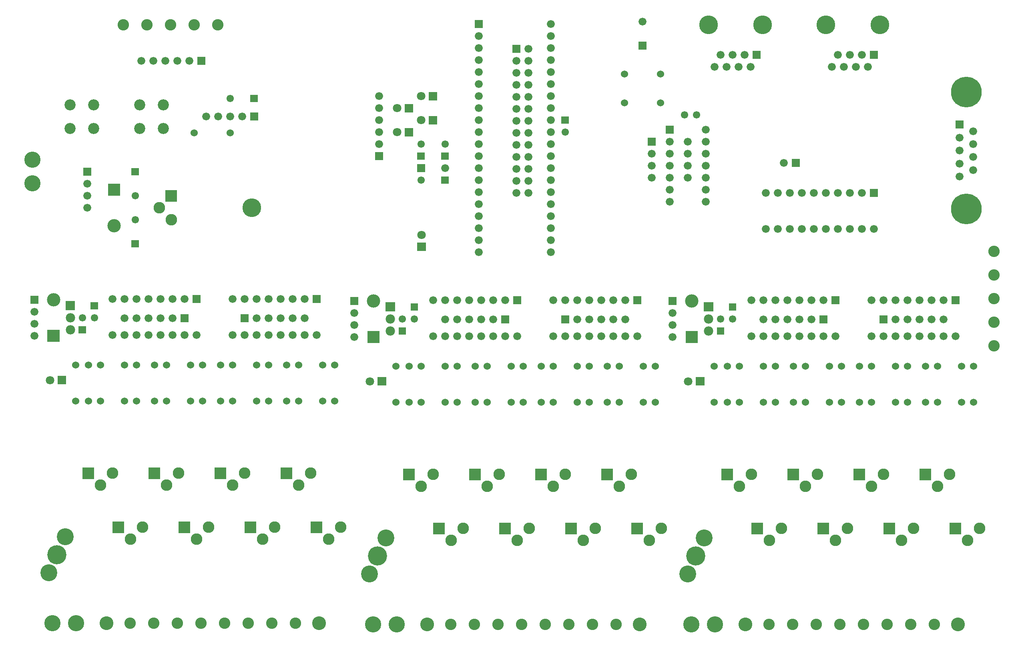
<source format=gbr>
G04 start of page 10 for group -4062 idx -4062 *
G04 Title: 24SSR-DC, soldermask *
G04 Creator: pcb 20110918 *
G04 CreationDate: 五 12/20 18:00:37 2013 UTC *
G04 For: steve *
G04 Format: Gerber/RS-274X *
G04 PCB-Dimensions: 850000 550000 *
G04 PCB-Coordinate-Origin: lower left *
%MOIN*%
%FSLAX25Y25*%
%LNBOTTOMMASK*%
%ADD234C,0.1560*%
%ADD233C,0.2560*%
%ADD232C,0.0920*%
%ADD231C,0.1560*%
%ADD230C,0.0610*%
%ADD229C,0.1110*%
%ADD228C,0.0710*%
%ADD227C,0.0780*%
%ADD226C,0.0660*%
%ADD225C,0.0600*%
%ADD224C,0.1347*%
%ADD223C,0.0947*%
%ADD222C,0.1147*%
%ADD221C,0.1410*%
%ADD220C,0.1595*%
%ADD219C,0.0960*%
%ADD218C,0.0001*%
G54D218*G36*
X533200Y112800D02*Y103200D01*
X542800D01*
Y112800D01*
X533200D01*
G37*
G54D219*X548000Y98000D03*
X558000Y108000D03*
G54D220*X586890Y85000D03*
G54D221*X593661Y100000D03*
X580000Y70000D03*
G54D219*X533000Y153000D03*
G54D218*G36*
X453200Y157800D02*Y148200D01*
X462800D01*
Y157800D01*
X453200D01*
G37*
G54D219*X478000Y153000D03*
G54D218*G36*
X608200Y157800D02*Y148200D01*
X617800D01*
Y157800D01*
X608200D01*
G37*
G54D222*X540165Y28000D03*
G54D223*X520480D03*
X500795D03*
X481110D03*
X461425D03*
G54D224*X602685D03*
X583000D03*
G54D222*X628000D03*
G54D223*X647685D03*
X667370D03*
G54D218*G36*
X798200Y112800D02*Y103200D01*
X807800D01*
Y112800D01*
X798200D01*
G37*
G54D219*X823000Y108000D03*
G54D218*G36*
X743200Y112800D02*Y103200D01*
X752800D01*
Y112800D01*
X743200D01*
G37*
G54D219*X768000Y108000D03*
X813000Y98000D03*
X758000D03*
X703000D03*
G54D218*G36*
X773200Y157800D02*Y148200D01*
X782800D01*
Y157800D01*
X773200D01*
G37*
G54D219*X798000Y153000D03*
G54D218*G36*
X718200Y157800D02*Y148200D01*
X727800D01*
Y157800D01*
X718200D01*
G37*
G54D219*X743000Y153000D03*
G54D222*X805165Y28000D03*
G54D223*X785480D03*
X765795D03*
X746110D03*
X726425D03*
X687055D03*
X706740D03*
G54D218*G36*
X688200Y112800D02*Y103200D01*
X697800D01*
Y112800D01*
X688200D01*
G37*
G54D219*X713000Y108000D03*
G54D218*G36*
X633200Y112800D02*Y103200D01*
X642800D01*
Y112800D01*
X633200D01*
G37*
G54D219*X658000Y108000D03*
X648000Y98000D03*
X788000Y143000D03*
X733000D03*
X678000D03*
X623000D03*
G54D218*G36*
X663200Y157800D02*Y148200D01*
X672800D01*
Y157800D01*
X663200D01*
G37*
G54D219*X688000Y153000D03*
X633000D03*
G54D218*G36*
X478200Y112800D02*Y103200D01*
X487800D01*
Y112800D01*
X478200D01*
G37*
G54D219*X493000Y98000D03*
X503000Y108000D03*
G54D218*G36*
X508200Y157800D02*Y148200D01*
X517800D01*
Y157800D01*
X508200D01*
G37*
G54D225*X488000Y213000D03*
X498000D03*
X513000D03*
X523000D03*
X388000Y243000D03*
X403000D03*
X413000D03*
X433000D03*
X443000D03*
X543000D03*
G54D218*G36*
X424700Y285300D02*Y278700D01*
X431300D01*
Y285300D01*
X424700D01*
G37*
G54D226*X418000Y282000D03*
G54D218*G36*
X434700Y301300D02*Y294700D01*
X441300D01*
Y301300D01*
X434700D01*
G37*
G54D226*X428000Y298000D03*
X418000D03*
X408000D03*
X508000D03*
X498000D03*
X488000D03*
X478000D03*
X468000D03*
X418000Y268000D03*
X428000D03*
X438000D03*
X468000D03*
X478000D03*
X488000D03*
X498000D03*
X538000D03*
G54D227*X597500Y272500D03*
G54D218*G36*
X604450Y275550D02*Y269450D01*
X610550D01*
Y275550D01*
X604450D01*
G37*
G54D226*X567500Y267500D03*
G54D218*G36*
X578450Y272550D02*Y262450D01*
X588550D01*
Y272550D01*
X578450D01*
G37*
G54D225*X543000Y213000D03*
X553000D03*
Y243000D03*
X613000Y213000D03*
Y243000D03*
X623000D03*
G54D218*G36*
X586950Y234050D02*Y226950D01*
X594050D01*
Y234050D01*
X586950D01*
G37*
G54D228*X580500Y230500D03*
G54D225*X602000Y243000D03*
Y213000D03*
G54D218*G36*
X534700Y301300D02*Y294700D01*
X541300D01*
Y301300D01*
X534700D01*
G37*
G36*
X564200Y300800D02*Y294200D01*
X570800D01*
Y300800D01*
X564200D01*
G37*
G54D229*X583500Y297500D03*
G54D226*X528000Y298000D03*
X518000D03*
G54D218*G36*
X614450Y295550D02*Y289450D01*
X620550D01*
Y295550D01*
X614450D01*
G37*
G54D230*X617500Y282500D03*
G54D218*G36*
X593600Y296400D02*Y288600D01*
X601400D01*
Y296400D01*
X593600D01*
G37*
G54D227*X597500Y282500D03*
G54D230*X607500D03*
G54D226*X567500Y287500D03*
Y277500D03*
G54D225*X623000Y213000D03*
X643000D03*
X653000D03*
X643000Y243000D03*
X653000D03*
X668000D03*
X678000D03*
X698000D03*
X668000Y213000D03*
X678000D03*
X698000D03*
X708000D03*
Y243000D03*
X723000Y213000D03*
X733000D03*
X753000D03*
X723000Y243000D03*
X733000D03*
X753000D03*
X763000D03*
X778000D03*
X788000D03*
X763000Y213000D03*
X778000D03*
X788000D03*
X808000D03*
Y243000D03*
X818000D03*
Y213000D03*
G54D218*G36*
X689700Y285300D02*Y278700D01*
X696300D01*
Y285300D01*
X689700D01*
G37*
G54D226*X683000Y282000D03*
G54D218*G36*
X699700Y301300D02*Y294700D01*
X706300D01*
Y301300D01*
X699700D01*
G37*
G54D226*X693000Y298000D03*
X683000D03*
X673000Y282000D03*
X663000D03*
X653000D03*
X643000D03*
X673000Y298000D03*
Y268000D03*
X683000D03*
X693000D03*
X703000D03*
X663000Y298000D03*
Y268000D03*
X653000Y298000D03*
Y268000D03*
X643000Y298000D03*
X633000D03*
Y268000D03*
X643000D03*
G54D218*G36*
X739700Y285300D02*Y278700D01*
X746300D01*
Y285300D01*
X739700D01*
G37*
G54D226*X753000Y282000D03*
X763000D03*
X773000D03*
X783000D03*
X793000D03*
X773000Y298000D03*
X763000D03*
X753000D03*
X743000D03*
X733000D03*
Y268000D03*
X743000D03*
X753000D03*
X763000D03*
G54D223*X835000Y260000D03*
Y279685D03*
G54D225*X348000Y213000D03*
X358000D03*
X348000Y243000D03*
X358000D03*
X378000Y213000D03*
Y243000D03*
G54D228*X315500Y230500D03*
G54D225*X388000Y213000D03*
X403000D03*
X413000D03*
X433000D03*
X443000D03*
X81000Y214000D03*
G54D218*G36*
X55450Y235050D02*Y227950D01*
X62550D01*
Y235050D01*
X55450D01*
G37*
G54D228*X49000Y231500D03*
G54D225*X70500Y214000D03*
X176000D03*
X191000D03*
X201000D03*
X221000D03*
X231000D03*
X246000D03*
X256000D03*
X276000D03*
X286000D03*
G54D226*X408000Y282000D03*
X398000D03*
Y298000D03*
X388000D03*
X378000D03*
X368000D03*
X388000Y282000D03*
X378000D03*
X368000Y268000D03*
X378000D03*
X388000D03*
X398000D03*
X408000D03*
G54D218*G36*
X299200Y300800D02*Y294200D01*
X305800D01*
Y300800D01*
X299200D01*
G37*
G54D226*X302500Y287500D03*
Y277500D03*
Y267500D03*
G54D218*G36*
X313450Y272550D02*Y262450D01*
X323550D01*
Y272550D01*
X313450D01*
G37*
G54D226*X141000Y269000D03*
X151000D03*
X161000D03*
X171000D03*
X201000D03*
X211000D03*
X221000D03*
X231000D03*
X241000D03*
X251000D03*
X261000D03*
X271000D03*
X111000D03*
X121000D03*
X131000D03*
G54D218*G36*
X62100Y297400D02*Y289600D01*
X69900D01*
Y297400D01*
X62100D01*
G37*
G54D227*X66000Y283500D03*
Y273500D03*
G54D218*G36*
X72950Y276550D02*Y270450D01*
X79050D01*
Y276550D01*
X72950D01*
G37*
G54D230*X76000Y283500D03*
G54D225*X70500Y244000D03*
G54D218*G36*
X82950Y296550D02*Y290450D01*
X89050D01*
Y296550D01*
X82950D01*
G37*
G54D230*X86000Y283500D03*
G54D218*G36*
X46950Y273550D02*Y263450D01*
X57050D01*
Y273550D01*
X46950D01*
G37*
G54D224*X337685Y28000D03*
X318000D03*
G54D220*X321890Y85000D03*
G54D221*X328661Y100000D03*
X315000Y70000D03*
G54D218*G36*
X423200Y112800D02*Y103200D01*
X432800D01*
Y112800D01*
X423200D01*
G37*
G36*
X368200D02*Y103200D01*
X377800D01*
Y112800D01*
X368200D01*
G37*
G54D219*X383000Y98000D03*
X393000Y108000D03*
G54D222*X363000Y28000D03*
X273165Y29000D03*
G54D223*X253480D03*
X382685Y28000D03*
X402370D03*
X422055D03*
X441740D03*
G54D219*X438000Y98000D03*
X448000Y108000D03*
X523000Y143000D03*
X468000D03*
X413000D03*
X358000D03*
G54D218*G36*
X398200Y157800D02*Y148200D01*
X407800D01*
Y157800D01*
X398200D01*
G37*
G54D219*X423000Y153000D03*
G54D218*G36*
X343200Y157800D02*Y148200D01*
X352800D01*
Y157800D01*
X343200D01*
G37*
G54D219*X368000Y153000D03*
G54D218*G36*
X266200Y113800D02*Y104200D01*
X275800D01*
Y113800D01*
X266200D01*
G37*
G54D219*X281000Y99000D03*
X291000Y109000D03*
G54D218*G36*
X211200Y113800D02*Y104200D01*
X220800D01*
Y113800D01*
X211200D01*
G37*
G54D219*X226000Y99000D03*
X236000Y109000D03*
G54D218*G36*
X156200Y113800D02*Y104200D01*
X165800D01*
Y113800D01*
X156200D01*
G37*
G54D219*X171000Y99000D03*
X181000Y109000D03*
G54D218*G36*
X101200Y113800D02*Y104200D01*
X110800D01*
Y113800D01*
X101200D01*
G37*
G54D219*X126000Y109000D03*
X116000Y99000D03*
G54D220*X54890Y86000D03*
G54D221*X61661Y101000D03*
X48000Y71000D03*
G54D218*G36*
X241200Y158800D02*Y149200D01*
X250800D01*
Y158800D01*
X241200D01*
G37*
G54D219*X266000Y154000D03*
G54D218*G36*
X186200Y158800D02*Y149200D01*
X195800D01*
Y158800D01*
X186200D01*
G37*
G54D219*X211000Y154000D03*
X256000Y144000D03*
X201000D03*
X146000D03*
G54D218*G36*
X131200Y158800D02*Y149200D01*
X140800D01*
Y158800D01*
X131200D01*
G37*
G54D219*X156000Y154000D03*
G54D218*G36*
X76200Y158800D02*Y149200D01*
X85800D01*
Y158800D01*
X76200D01*
G37*
G54D219*X101000Y154000D03*
X91000Y144000D03*
G54D223*X233795Y29000D03*
X214110D03*
X194425D03*
G54D222*X96000D03*
G54D223*X115685D03*
X135370D03*
X155055D03*
X174740D03*
G54D224*X70685D03*
X51000D03*
G54D225*X81000Y244000D03*
X91000D03*
X111000D03*
X91000Y214000D03*
X111000D03*
X121000D03*
X136000D03*
X146000D03*
X166000D03*
X121000Y244000D03*
X136000D03*
X146000D03*
X166000D03*
X191000D03*
X201000D03*
X221000D03*
X231000D03*
G54D231*X217000Y375000D03*
G54D225*X176000Y244000D03*
G54D218*G36*
X157700Y286300D02*Y279700D01*
X164300D01*
Y286300D01*
X157700D01*
G37*
G54D226*X151000Y283000D03*
X141000D03*
G54D218*G36*
X167700Y302300D02*Y295700D01*
X174300D01*
Y302300D01*
X167700D01*
G37*
G54D226*X161000Y299000D03*
X151000D03*
G54D225*X246000Y244000D03*
X256000D03*
X276000D03*
X286000D03*
G54D218*G36*
X207700Y286300D02*Y279700D01*
X214300D01*
Y286300D01*
X207700D01*
G37*
G54D226*X221000Y283000D03*
X231000D03*
X241000D03*
X251000D03*
X261000D03*
G54D218*G36*
X267700Y302300D02*Y295700D01*
X274300D01*
Y302300D01*
X267700D01*
G37*
G54D226*X261000Y299000D03*
X251000D03*
X241000D03*
X231000D03*
X221000D03*
X211000D03*
X201000D03*
X141000D03*
X131000D03*
X121000D03*
X111000D03*
X101000D03*
G54D229*X318500Y297500D03*
G54D226*X131000Y283000D03*
X121000D03*
X111000D03*
X101000Y269000D03*
X80000Y375000D03*
G54D218*G36*
X116950Y348050D02*Y341950D01*
X123050D01*
Y348050D01*
X116950D01*
G37*
G54D230*X120000Y365000D03*
G54D229*X102500Y360000D03*
G54D218*G36*
X32700Y301800D02*Y295200D01*
X39300D01*
Y301800D01*
X32700D01*
G37*
G54D229*X52000Y298500D03*
G54D226*X36000Y288500D03*
Y278500D03*
Y268500D03*
G54D218*G36*
X215700Y454300D02*Y447700D01*
X222300D01*
Y454300D01*
X215700D01*
G37*
G36*
X215950Y469050D02*Y462950D01*
X222050D01*
Y469050D01*
X215950D01*
G37*
G54D226*X209000Y451000D03*
X199000D03*
G54D230*Y466000D03*
G54D225*Y437500D03*
G54D226*X189000Y451000D03*
X179000D03*
G54D223*X188740Y527500D03*
X169055D03*
G54D225*X169000Y437500D03*
G54D218*G36*
X171700Y500800D02*Y494200D01*
X178300D01*
Y500800D01*
X171700D01*
G37*
G54D226*X165000Y497500D03*
X155000D03*
X145000D03*
X135000D03*
X125000D03*
G54D223*X110000Y527500D03*
X129685D03*
X149370D03*
G54D218*G36*
X76700Y408300D02*Y401700D01*
X83300D01*
Y408300D01*
X76700D01*
G37*
G36*
X116950Y408050D02*Y401950D01*
X123050D01*
Y408050D01*
X116950D01*
G37*
G54D232*X143300Y460800D03*
X123700D03*
Y441200D03*
X143300D03*
X85300Y460800D03*
X65700D03*
Y441200D03*
X85300D03*
G54D226*X80000Y385000D03*
G54D230*X120000D03*
G54D218*G36*
X97450Y395050D02*Y384950D01*
X107550D01*
Y395050D01*
X97450D01*
G37*
G36*
X145200Y389800D02*Y380200D01*
X154800D01*
Y389800D01*
X145200D01*
G37*
G54D219*X140000Y375000D03*
X150000Y365000D03*
G54D226*X80000Y395000D03*
G54D224*X34500Y415185D03*
Y395500D03*
G54D218*G36*
X402700Y531300D02*Y524700D01*
X409300D01*
Y531300D01*
X402700D01*
G37*
G54D226*X406000Y518000D03*
Y508000D03*
G54D218*G36*
X434200Y510800D02*Y504200D01*
X440800D01*
Y510800D01*
X434200D01*
G37*
G54D226*X447500Y507500D03*
X406000Y498000D03*
X437500Y497500D03*
X447500D03*
X406000Y488000D03*
X466000D03*
X437500Y487500D03*
X447500D03*
X466000Y498000D03*
Y508000D03*
Y518000D03*
Y528000D03*
G54D218*G36*
X354950Y421050D02*Y414950D01*
X361050D01*
Y421050D01*
X354950D01*
G37*
G54D230*X358000Y428000D03*
G54D218*G36*
X374950Y421050D02*Y414950D01*
X381050D01*
Y421050D01*
X374950D01*
G37*
G54D230*X378000Y428000D03*
G54D218*G36*
X354700Y411300D02*Y404700D01*
X361300D01*
Y411300D01*
X354700D01*
G37*
G54D226*X378000Y408000D03*
G54D218*G36*
X374950Y401050D02*Y394950D01*
X381050D01*
Y401050D01*
X374950D01*
G37*
G54D230*X358000Y398000D03*
G54D218*G36*
X354950Y346050D02*Y338950D01*
X362050D01*
Y346050D01*
X354950D01*
G37*
G54D228*X358500Y352500D03*
G54D218*G36*
X364450Y471550D02*Y464450D01*
X371550D01*
Y471550D01*
X364450D01*
G37*
G54D228*X358000Y468000D03*
G54D218*G36*
X344450Y461550D02*Y454450D01*
X351550D01*
Y461550D01*
X344450D01*
G37*
G54D228*X338000Y458000D03*
G54D218*G36*
X364450Y451550D02*Y444450D01*
X371550D01*
Y451550D01*
X364450D01*
G37*
G54D228*X358000Y448000D03*
G54D218*G36*
X344450Y441550D02*Y434450D01*
X351550D01*
Y441550D01*
X344450D01*
G37*
G54D228*X338000Y438000D03*
G54D218*G36*
X319700Y421300D02*Y414700D01*
X326300D01*
Y421300D01*
X319700D01*
G37*
G54D226*X323000Y428000D03*
Y438000D03*
Y448000D03*
Y458000D03*
Y468000D03*
X406000Y478000D03*
Y468000D03*
Y458000D03*
Y448000D03*
Y438000D03*
Y428000D03*
Y418000D03*
Y408000D03*
Y398000D03*
Y388000D03*
Y378000D03*
Y368000D03*
Y358000D03*
Y348000D03*
G54D218*G36*
X799700Y301300D02*Y294700D01*
X806300D01*
Y301300D01*
X799700D01*
G37*
G54D226*X793000Y298000D03*
X783000D03*
X773000Y268000D03*
X783000D03*
X793000D03*
X803000D03*
X595000Y380000D03*
Y390000D03*
Y400000D03*
Y410000D03*
Y420000D03*
Y430000D03*
G54D218*G36*
X803200Y447600D02*Y441000D01*
X809800D01*
Y447600D01*
X803200D01*
G37*
G54D226*X817700Y438900D03*
G54D233*X812100Y471300D03*
G54D226*X806500Y433500D03*
X817700Y428100D03*
X806500Y422700D03*
X817700Y417300D03*
Y406500D03*
G54D233*X812100Y374100D03*
G54D226*X806500Y411900D03*
Y401100D03*
G54D223*X835000Y338740D03*
Y319055D03*
Y299370D03*
G54D218*G36*
X731700Y390800D02*Y384200D01*
X738300D01*
Y390800D01*
X731700D01*
G37*
G54D226*X725000Y387500D03*
X715000D03*
X705000D03*
X695000D03*
X685000D03*
X675000D03*
X665000D03*
G54D218*G36*
X666700Y415800D02*Y409200D01*
X673300D01*
Y415800D01*
X666700D01*
G37*
G54D226*X660000Y412500D03*
X655000Y387500D03*
X645000D03*
Y357500D03*
X655000D03*
X665000D03*
X675000D03*
X685000D03*
X695000D03*
X705000D03*
X715000D03*
X725000D03*
X735000D03*
X595000Y440000D03*
G54D230*X587500Y452500D03*
G54D226*X602500Y492500D03*
X612500D03*
X700000D03*
X710000D03*
X720000D03*
X730000D03*
X622500D03*
X632500D03*
G54D218*G36*
X634200Y505800D02*Y499200D01*
X640800D01*
Y505800D01*
X634200D01*
G37*
G54D226*X627500Y502500D03*
X617500D03*
X607500D03*
G54D218*G36*
X731700Y505800D02*Y499200D01*
X738300D01*
Y505800D01*
X731700D01*
G37*
G54D226*X725000Y502500D03*
X715000D03*
X705000D03*
G54D234*X642500Y527500D03*
X597500D03*
X740000D03*
X695000D03*
G54D225*X458000Y213000D03*
Y243000D03*
X468000Y213000D03*
Y243000D03*
X488000D03*
G54D218*G36*
X474700Y285300D02*Y278700D01*
X481300D01*
Y285300D01*
X474700D01*
G37*
G54D225*X498000Y243000D03*
X513000D03*
X523000D03*
G54D226*X488000Y282000D03*
X498000D03*
X508000D03*
X518000D03*
X528000D03*
X508000Y268000D03*
X518000D03*
X528000D03*
G54D218*G36*
X321950Y234050D02*Y226950D01*
X329050D01*
Y234050D01*
X321950D01*
G37*
G36*
X349450Y295550D02*Y289450D01*
X355550D01*
Y295550D01*
X349450D01*
G37*
G54D230*X352500Y282500D03*
G54D218*G36*
X328600Y296400D02*Y288600D01*
X336400D01*
Y296400D01*
X328600D01*
G37*
G54D227*X332500Y282500D03*
Y272500D03*
G54D218*G36*
X339450Y275550D02*Y269450D01*
X345550D01*
Y275550D01*
X339450D01*
G37*
G54D230*X342500Y282500D03*
G54D225*X337000Y213000D03*
Y243000D03*
G54D226*X406000Y338000D03*
G54D218*G36*
X561700Y443300D02*Y436700D01*
X568300D01*
Y443300D01*
X561700D01*
G37*
G54D226*X565000Y430000D03*
Y420000D03*
Y410000D03*
Y400000D03*
Y390000D03*
X580000Y400000D03*
Y410000D03*
Y420000D03*
Y430000D03*
X565000Y380000D03*
G54D230*X577500Y452500D03*
G54D218*G36*
X546700Y433300D02*Y426700D01*
X553300D01*
Y433300D01*
X546700D01*
G37*
G54D226*X550000Y420000D03*
Y410000D03*
Y400000D03*
G54D225*X557500Y486500D03*
Y462500D03*
G54D226*X466000Y338000D03*
Y348000D03*
Y358000D03*
Y368000D03*
Y378000D03*
Y388000D03*
Y398000D03*
Y408000D03*
Y418000D03*
Y428000D03*
Y438000D03*
Y448000D03*
Y458000D03*
Y468000D03*
Y478000D03*
X437500Y477500D03*
X447500D03*
Y467500D03*
X437500D03*
Y457500D03*
X447500D03*
X437500Y447500D03*
X447500D03*
X437500Y437500D03*
X447500D03*
X437500Y427500D03*
Y417500D03*
Y407500D03*
Y397500D03*
Y387500D03*
X447500Y427500D03*
Y417500D03*
Y407500D03*
Y397500D03*
Y387500D03*
G54D218*G36*
X474950Y451050D02*Y444950D01*
X481050D01*
Y451050D01*
X474950D01*
G37*
G54D230*X478000Y438000D03*
G54D218*G36*
X539200Y513300D02*Y506700D01*
X545800D01*
Y513300D01*
X539200D01*
G37*
G54D226*X542500Y530000D03*
G54D225*X527500Y486500D03*
Y462500D03*
M02*

</source>
